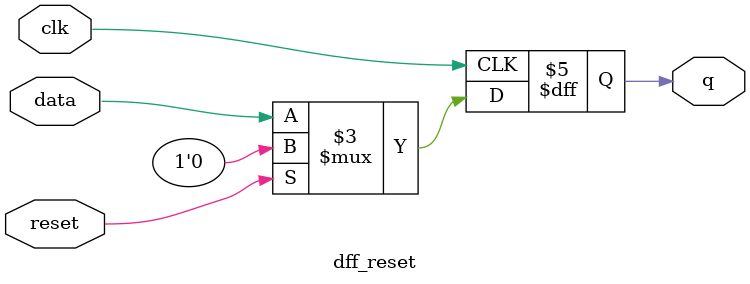
<source format=v>
module dff_reset(
data,clk,reset,q);
 input data,clk,reset;
 output q;
 reg q;
 always @ (posedge clk)
if (reset) begin
       q <= 1'b0;
end 
  else begin
       q <= data;
end
endmodule

</source>
